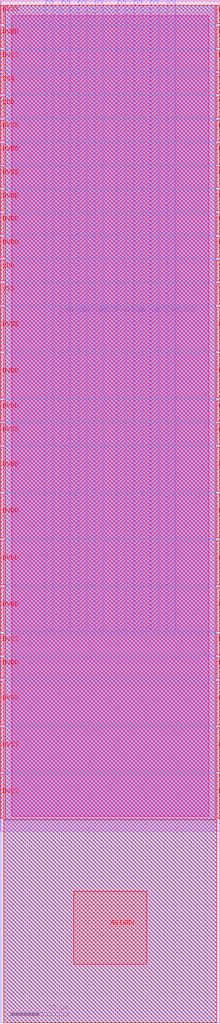
<source format=lef>
VERSION 5.7 ;
  NOWIREEXTENSIONATPIN ON ;
  DIVIDERCHAR "/" ;
  BUSBITCHARS "[]" ;
MACRO gf180mcu_ht_io_fix__asig_5p0
  CLASS PAD INOUT ;
  FOREIGN gf180mcu_ht_io_fix__asig_5p0 ;
  ORIGIN 0.000 0.000 ;
  SIZE 75.000 BY 350.000 ;
  SYMMETRY X Y R90 ;
  SITE GF_IO_Site ;
  PIN ASIG5V
    DIRECTION INOUT ;
    USE SIGNAL ;
    ANTENNADIFFAREA 1200.000000 ;
    PORT
      LAYER Metal5 ;
        RECT 25.000 20.000 50.000 45.000 ; 
    END
    PORT
      LAYER Metal2 ;
        RECT 15.340 134.370 17.880 350.000 ;
    END
    PORT
      LAYER Metal2 ;
        RECT 21.020 134.370 23.560 350.000 ;
    END
    PORT
      LAYER Metal2 ;
        RECT 26.700 134.370 29.240 350.000 ;
    END
    PORT
      LAYER Metal2 ;
        RECT 32.380 134.370 34.920 350.000 ;
    END
    PORT
      LAYER Metal2 ;
        RECT 40.080 134.370 42.620 350.000 ;
    END
    PORT
      LAYER Metal2 ;
        RECT 45.760 134.370 48.300 350.000 ;
    END
    PORT
      LAYER Metal2 ;
        RECT 51.440 134.370 53.980 350.000 ;
    END
    PORT
      LAYER Metal2 ;
        RECT 57.120 134.370 59.660 350.000 ;
    END
  END ASIG5V
  PIN DVDD
    DIRECTION INOUT ;
    USE POWER ;
    PORT
      LAYER Metal5 ;
        RECT 74.000 118.000 75.000 125.000 ;
    END
    PORT
      LAYER Metal5 ;
        RECT 74.000 182.000 75.000 197.000 ;
    END
    PORT
      LAYER Metal5 ;
        RECT 74.000 166.000 75.000 181.000 ;
    END
    PORT
      LAYER Metal5 ;
        RECT 74.000 150.000 75.000 165.000 ;
    END
    PORT
      LAYER Metal5 ;
        RECT 74.000 134.000 75.000 149.000 ;
    END
    PORT
      LAYER Metal5 ;
        RECT 74.000 214.000 75.000 229.000 ;
    END
    PORT
      LAYER Metal5 ;
        RECT 74.000 206.000 75.000 213.000 ;
    END
    PORT
      LAYER Metal5 ;
        RECT 74.000 278.000 75.000 285.000 ;
    END
    PORT
      LAYER Metal5 ;
        RECT 74.000 270.000 75.000 277.000 ;
    END
    PORT
      LAYER Metal5 ;
        RECT 74.000 262.000 75.000 269.000 ;
    END
    PORT
      LAYER Metal5 ;
        RECT 74.000 294.000 75.000 301.000 ;
    END
    PORT
      LAYER Metal5 ;
        RECT 74.000 334.000 75.000 341.000 ;
    END
    PORT
      LAYER Metal4 ;
        RECT 74.000 118.000 75.000 125.000 ;
    END
    PORT
      LAYER Metal4 ;
        RECT 74.000 182.000 75.000 197.000 ;
    END
    PORT
      LAYER Metal4 ;
        RECT 74.000 166.000 75.000 181.000 ;
    END
    PORT
      LAYER Metal4 ;
        RECT 74.000 150.000 75.000 165.000 ;
    END
    PORT
      LAYER Metal4 ;
        RECT 74.000 134.000 75.000 149.000 ;
    END
    PORT
      LAYER Metal4 ;
        RECT 74.000 214.000 75.000 229.000 ;
    END
    PORT
      LAYER Metal4 ;
        RECT 74.000 206.000 75.000 213.000 ;
    END
    PORT
      LAYER Metal4 ;
        RECT 74.000 278.000 75.000 285.000 ;
    END
    PORT
      LAYER Metal4 ;
        RECT 74.000 270.000 75.000 277.000 ;
    END
    PORT
      LAYER Metal4 ;
        RECT 74.000 262.000 75.000 269.000 ;
    END
    PORT
      LAYER Metal4 ;
        RECT 74.000 294.000 75.000 301.000 ;
    END
    PORT
      LAYER Metal4 ;
        RECT 74.000 334.000 75.000 341.000 ;
    END
    PORT
      LAYER Metal3 ;
        RECT 74.000 118.000 75.000 125.000 ;
    END
    PORT
      LAYER Metal3 ;
        RECT 74.000 182.000 75.000 197.000 ;
    END
    PORT
      LAYER Metal3 ;
        RECT 74.000 166.000 75.000 181.000 ;
    END
    PORT
      LAYER Metal3 ;
        RECT 74.000 150.000 75.000 165.000 ;
    END
    PORT
      LAYER Metal3 ;
        RECT 74.000 134.000 75.000 149.000 ;
    END
    PORT
      LAYER Metal3 ;
        RECT 74.000 214.000 75.000 229.000 ;
    END
    PORT
      LAYER Metal3 ;
        RECT 74.000 206.000 75.000 213.000 ;
    END
    PORT
      LAYER Metal3 ;
        RECT 74.000 278.000 75.000 285.000 ;
    END
    PORT
      LAYER Metal3 ;
        RECT 74.000 270.000 75.000 277.000 ;
    END
    PORT
      LAYER Metal3 ;
        RECT 74.000 262.000 75.000 269.000 ;
    END
    PORT
      LAYER Metal3 ;
        RECT 74.000 294.000 75.000 301.000 ;
    END
    PORT
      LAYER Metal3 ;
        RECT 74.000 334.000 75.000 341.000 ;
    END
    PORT
      LAYER Metal3 ;
        RECT 0.000 334.000 1.000 341.000 ;
    END
    PORT
      LAYER Metal3 ;
        RECT 0.000 294.000 1.000 301.000 ;
    END
    PORT
      LAYER Metal3 ;
        RECT 0.000 262.000 1.000 269.000 ;
    END
    PORT
      LAYER Metal3 ;
        RECT 0.000 270.000 1.000 277.000 ;
    END
    PORT
      LAYER Metal3 ;
        RECT 0.000 278.000 1.000 285.000 ;
    END
    PORT
      LAYER Metal3 ;
        RECT 0.000 206.000 1.000 213.000 ;
    END
    PORT
      LAYER Metal3 ;
        RECT 0.000 214.000 1.000 229.000 ;
    END
    PORT
      LAYER Metal3 ;
        RECT 0.000 134.000 1.000 149.000 ;
    END
    PORT
      LAYER Metal3 ;
        RECT 0.000 150.000 1.000 165.000 ;
    END
    PORT
      LAYER Metal3 ;
        RECT 0.000 166.000 1.000 181.000 ;
    END
    PORT
      LAYER Metal3 ;
        RECT 0.000 182.000 1.000 197.000 ;
    END
    PORT
      LAYER Metal5 ;
        RECT 0.000 334.000 1.000 341.000 ;
    END
    PORT
      LAYER Metal5 ;
        RECT 0.000 294.000 1.000 301.000 ;
    END
    PORT
      LAYER Metal5 ;
        RECT 0.000 262.000 1.000 269.000 ;
    END
    PORT
      LAYER Metal5 ;
        RECT 0.000 270.000 1.000 277.000 ;
    END
    PORT
      LAYER Metal5 ;
        RECT 0.000 278.000 1.000 285.000 ;
    END
    PORT
      LAYER Metal5 ;
        RECT 0.000 206.000 1.000 213.000 ;
    END
    PORT
      LAYER Metal5 ;
        RECT 0.000 214.000 1.000 229.000 ;
    END
    PORT
      LAYER Metal5 ;
        RECT 0.000 134.000 1.000 149.000 ;
    END
    PORT
      LAYER Metal5 ;
        RECT 0.000 150.000 1.000 165.000 ;
    END
    PORT
      LAYER Metal5 ;
        RECT 0.000 166.000 1.000 181.000 ;
    END
    PORT
      LAYER Metal5 ;
        RECT 0.000 182.000 1.000 197.000 ;
    END
    PORT
      LAYER Metal4 ;
        RECT 0.000 334.000 1.000 341.000 ;
    END
    PORT
      LAYER Metal4 ;
        RECT 0.000 294.000 1.000 301.000 ;
    END
    PORT
      LAYER Metal4 ;
        RECT 0.000 262.000 1.000 269.000 ;
    END
    PORT
      LAYER Metal4 ;
        RECT 0.000 270.000 1.000 277.000 ;
    END
    PORT
      LAYER Metal4 ;
        RECT 0.000 278.000 1.000 285.000 ;
    END
    PORT
      LAYER Metal4 ;
        RECT 0.000 206.000 1.000 213.000 ;
    END
    PORT
      LAYER Metal4 ;
        RECT 0.000 214.000 1.000 229.000 ;
    END
    PORT
      LAYER Metal4 ;
        RECT 0.000 134.000 1.000 149.000 ;
    END
    PORT
      LAYER Metal4 ;
        RECT 0.000 150.000 1.000 165.000 ;
    END
    PORT
      LAYER Metal4 ;
        RECT 0.000 166.000 1.000 181.000 ;
    END
    PORT
      LAYER Metal4 ;
        RECT 0.000 182.000 1.000 197.000 ;
    END
    PORT
      LAYER Metal4 ;
        RECT 0.000 118.000 1.000 125.000 ;
    END
    PORT
      LAYER Metal5 ;
        RECT 0.000 118.000 1.000 125.000 ;
    END
    PORT
      LAYER Metal3 ;
        RECT 0.000 118.000 1.000 125.000 ;
    END
  END DVDD
  PIN DVSS
    DIRECTION INOUT ;
    USE GROUND ;
    PORT
      LAYER Metal5 ;
        RECT 74.000 102.000 75.000 117.000 ;
    END
    PORT
      LAYER Metal5 ;
        RECT 74.000 86.000 75.000 101.000 ;
    END
    PORT
      LAYER Metal5 ;
        RECT 74.000 70.000 75.000 85.000 ;
    END
    PORT
      LAYER Metal5 ;
        RECT 74.000 126.000 75.000 133.000 ;
    END
    PORT
      LAYER Metal5 ;
        RECT 74.000 198.000 75.000 205.000 ;
    END
    PORT
      LAYER Metal5 ;
        RECT 74.000 230.000 75.000 245.000 ;
    END
    PORT
      LAYER Metal5 ;
        RECT 74.000 286.000 75.000 293.000 ;
    END
    PORT
      LAYER Metal5 ;
        RECT 74.000 302.000 75.000 309.000 ;
    END
    PORT
      LAYER Metal5 ;
        RECT 74.000 326.000 75.000 333.000 ;
    END
    PORT
      LAYER Metal5 ;
        RECT 74.000 342.000 75.000 348.390 ;
    END
    PORT
      LAYER Metal4 ;
        RECT 74.000 102.000 75.000 117.000 ;
    END
    PORT
      LAYER Metal4 ;
        RECT 74.000 86.000 75.000 101.000 ;
    END
    PORT
      LAYER Metal4 ;
        RECT 74.000 70.000 75.000 85.000 ;
    END
    PORT
      LAYER Metal4 ;
        RECT 74.000 126.000 75.000 133.000 ;
    END
    PORT
      LAYER Metal4 ;
        RECT 74.000 198.000 75.000 205.000 ;
    END
    PORT
      LAYER Metal4 ;
        RECT 74.000 230.000 75.000 245.000 ;
    END
    PORT
      LAYER Metal4 ;
        RECT 74.000 286.000 75.000 293.000 ;
    END
    PORT
      LAYER Metal4 ;
        RECT 74.000 302.000 75.000 309.000 ;
    END
    PORT
      LAYER Metal4 ;
        RECT 74.000 326.000 75.000 333.000 ;
    END
    PORT
      LAYER Metal4 ;
        RECT 74.000 342.000 75.000 348.390 ;
    END
    PORT
      LAYER Metal3 ;
        RECT 74.000 102.000 75.000 117.000 ;
    END
    PORT
      LAYER Metal3 ;
        RECT 74.000 86.000 75.000 101.000 ;
    END
    PORT
      LAYER Metal3 ;
        RECT 74.000 70.000 75.000 85.000 ;
    END
    PORT
      LAYER Metal3 ;
        RECT 74.000 126.000 75.000 133.000 ;
    END
    PORT
      LAYER Metal3 ;
        RECT 74.000 198.000 75.000 205.000 ;
    END
    PORT
      LAYER Metal3 ;
        RECT 74.000 230.000 75.000 245.000 ;
    END
    PORT
      LAYER Metal3 ;
        RECT 74.000 286.000 75.000 293.000 ;
    END
    PORT
      LAYER Metal3 ;
        RECT 74.000 302.000 75.000 309.000 ;
    END
    PORT
      LAYER Metal3 ;
        RECT 74.000 326.000 75.000 333.000 ;
    END
    PORT
      LAYER Metal3 ;
        RECT 74.000 342.000 75.000 348.390 ;
    END
    PORT
      LAYER Metal3 ;
        RECT 0.000 342.000 1.000 348.390 ;
    END
    PORT
      LAYER Metal3 ;
        RECT 0.000 326.000 1.000 333.000 ;
    END
    PORT
      LAYER Metal3 ;
        RECT 0.000 302.000 1.000 309.000 ;
    END
    PORT
      LAYER Metal3 ;
        RECT 0.000 286.000 1.000 293.000 ;
    END
    PORT
      LAYER Metal3 ;
        RECT 0.000 230.000 1.000 245.000 ;
    END
    PORT
      LAYER Metal3 ;
        RECT 0.000 198.000 1.000 205.000 ;
    END
    PORT
      LAYER Metal3 ;
        RECT 0.000 126.000 1.000 133.000 ;
    END
    PORT
      LAYER Metal3 ;
        RECT 0.000 70.000 1.000 85.000 ;
    END
    PORT
      LAYER Metal3 ;
        RECT 0.000 86.000 1.000 101.000 ;
    END
    PORT
      LAYER Metal5 ;
        RECT 0.000 342.000 1.000 348.390 ;
    END
    PORT
      LAYER Metal5 ;
        RECT 0.000 326.000 1.000 333.000 ;
    END
    PORT
      LAYER Metal5 ;
        RECT 0.000 302.000 1.000 309.000 ;
    END
    PORT
      LAYER Metal5 ;
        RECT 0.000 286.000 1.000 293.000 ;
    END
    PORT
      LAYER Metal5 ;
        RECT 0.000 230.000 1.000 245.000 ;
    END
    PORT
      LAYER Metal5 ;
        RECT 0.000 198.000 1.000 205.000 ;
    END
    PORT
      LAYER Metal5 ;
        RECT 0.000 126.000 1.000 133.000 ;
    END
    PORT
      LAYER Metal5 ;
        RECT 0.000 70.000 1.000 85.000 ;
    END
    PORT
      LAYER Metal5 ;
        RECT 0.000 86.000 1.000 101.000 ;
    END
    PORT
      LAYER Metal4 ;
        RECT 0.000 342.000 1.000 348.390 ;
    END
    PORT
      LAYER Metal4 ;
        RECT 0.000 326.000 1.000 333.000 ;
    END
    PORT
      LAYER Metal4 ;
        RECT 0.000 302.000 1.000 309.000 ;
    END
    PORT
      LAYER Metal4 ;
        RECT 0.000 286.000 1.000 293.000 ;
    END
    PORT
      LAYER Metal4 ;
        RECT 0.000 230.000 1.000 245.000 ;
    END
    PORT
      LAYER Metal4 ;
        RECT 0.000 198.000 1.000 205.000 ;
    END
    PORT
      LAYER Metal4 ;
        RECT 0.000 126.000 1.000 133.000 ;
    END
    PORT
      LAYER Metal4 ;
        RECT 0.000 70.000 1.000 85.000 ;
    END
    PORT
      LAYER Metal4 ;
        RECT 0.000 86.000 1.000 101.000 ;
    END
    PORT
      LAYER Metal4 ;
        RECT 0.000 102.000 1.000 117.000 ;
    END
    PORT
      LAYER Metal5 ;
        RECT 0.000 102.000 1.000 117.000 ;
    END
    PORT
      LAYER Metal3 ;
        RECT 0.000 102.000 1.000 117.000 ;
    END
  END DVSS
  PIN VDD
    DIRECTION INOUT ;
    USE POWER ;
    PORT
      LAYER Metal5 ;
        RECT 74.000 254.000 75.000 261.000 ;
    END
    PORT
      LAYER Metal5 ;
        RECT 74.000 310.000 75.000 317.000 ;
    END
    PORT
      LAYER Metal4 ;
        RECT 74.000 254.000 75.000 261.000 ;
    END
    PORT
      LAYER Metal4 ;
        RECT 74.000 310.000 75.000 317.000 ;
    END
    PORT
      LAYER Metal3 ;
        RECT 74.000 254.000 75.000 261.000 ;
    END
    PORT
      LAYER Metal3 ;
        RECT 74.000 310.000 75.000 317.000 ;
    END
    PORT
      LAYER Metal3 ;
        RECT 0.000 310.000 1.000 317.000 ;
    END
    PORT
      LAYER Metal5 ;
        RECT 0.000 310.000 1.000 317.000 ;
    END
    PORT
      LAYER Metal4 ;
        RECT 0.000 310.000 1.000 317.000 ;
    END
    PORT
      LAYER Metal4 ;
        RECT 0.000 254.000 1.000 261.000 ;
    END
    PORT
      LAYER Metal5 ;
        RECT 0.000 254.000 1.000 261.000 ;
    END
    PORT
      LAYER Metal3 ;
        RECT 0.000 254.000 1.000 261.000 ;
    END
  END VDD
  PIN VSS
    DIRECTION INOUT ;
    USE GROUND ;
    PORT
      LAYER Metal5 ;
        RECT 74.000 246.000 75.000 253.000 ;
    END
    PORT
      LAYER Metal5 ;
        RECT 74.000 318.000 75.000 325.000 ;
    END
    PORT
      LAYER Metal4 ;
        RECT 74.000 246.000 75.000 253.000 ;
    END
    PORT
      LAYER Metal4 ;
        RECT 74.000 318.000 75.000 325.000 ;
    END
    PORT
      LAYER Metal3 ;
        RECT 74.000 246.000 75.000 253.000 ;
    END
    PORT
      LAYER Metal3 ;
        RECT 74.000 318.000 75.000 325.000 ;
    END
    PORT
      LAYER Metal3 ;
        RECT 0.000 318.000 1.000 325.000 ;
    END
    PORT
      LAYER Metal5 ;
        RECT 0.000 318.000 1.000 325.000 ;
    END
    PORT
      LAYER Metal4 ;
        RECT 0.000 318.000 1.000 325.000 ;
    END
    PORT
      LAYER Metal4 ;
        RECT 0.000 246.000 1.000 253.000 ;
    END
    PORT
      LAYER Metal5 ;
        RECT 0.000 246.000 1.000 253.000 ;
    END
    PORT
      LAYER Metal3 ;
        RECT 0.000 246.000 1.000 253.000 ;
    END
  END VSS
  OBS
      LAYER Nwell ;
        RECT 3.790 70.755 71.210 344.755 ;
      LAYER Metal1 ;
        RECT -0.160 65.540 75.160 349.785 ;
      LAYER Metal2 ;
        RECT 0.000 134.070 15.040 348.390 ;
        RECT 18.180 134.070 20.720 348.390 ;
        RECT 23.860 134.070 26.400 348.390 ;
        RECT 29.540 134.070 32.080 348.390 ;
        RECT 35.220 134.070 39.780 348.390 ;
        RECT 42.920 134.070 45.460 348.390 ;
        RECT 48.600 134.070 51.140 348.390 ;
        RECT 54.280 134.070 56.820 348.390 ;
        RECT 59.960 134.070 75.000 348.390 ;
        RECT 0.000 0.000 75.000 134.070 ;
      LAYER Metal3 ;
        RECT 1.300 341.700 73.700 348.390 ;
        RECT 1.000 341.300 74.000 341.700 ;
        RECT 1.300 333.700 73.700 341.300 ;
        RECT 1.000 333.300 74.000 333.700 ;
        RECT 1.300 325.700 73.700 333.300 ;
        RECT 1.000 325.300 74.000 325.700 ;
        RECT 1.300 317.700 73.700 325.300 ;
        RECT 1.000 317.300 74.000 317.700 ;
        RECT 1.300 309.700 73.700 317.300 ;
        RECT 1.000 309.300 74.000 309.700 ;
        RECT 1.300 301.700 73.700 309.300 ;
        RECT 1.000 301.300 74.000 301.700 ;
        RECT 1.300 293.700 73.700 301.300 ;
        RECT 1.000 293.300 74.000 293.700 ;
        RECT 1.300 285.700 73.700 293.300 ;
        RECT 1.000 285.300 74.000 285.700 ;
        RECT 1.300 277.700 73.700 285.300 ;
        RECT 1.000 277.300 74.000 277.700 ;
        RECT 1.300 269.700 73.700 277.300 ;
        RECT 1.000 269.300 74.000 269.700 ;
        RECT 1.300 261.700 73.700 269.300 ;
        RECT 1.000 261.300 74.000 261.700 ;
        RECT 1.300 253.700 73.700 261.300 ;
        RECT 1.000 253.300 74.000 253.700 ;
        RECT 1.300 245.700 73.700 253.300 ;
        RECT 1.000 245.300 74.000 245.700 ;
        RECT 1.300 229.700 73.700 245.300 ;
        RECT 1.000 229.300 74.000 229.700 ;
        RECT 1.300 213.700 73.700 229.300 ;
        RECT 1.000 213.300 74.000 213.700 ;
        RECT 1.300 205.700 73.700 213.300 ;
        RECT 1.000 205.300 74.000 205.700 ;
        RECT 1.300 197.700 73.700 205.300 ;
        RECT 1.000 197.300 74.000 197.700 ;
        RECT 1.300 181.700 73.700 197.300 ;
        RECT 1.000 181.300 74.000 181.700 ;
        RECT 1.300 165.700 73.700 181.300 ;
        RECT 1.000 165.300 74.000 165.700 ;
        RECT 1.300 149.700 73.700 165.300 ;
        RECT 1.000 149.300 74.000 149.700 ;
        RECT 1.300 133.700 73.700 149.300 ;
        RECT 1.000 133.300 74.000 133.700 ;
        RECT 1.300 125.700 73.700 133.300 ;
        RECT 1.000 125.300 74.000 125.700 ;
        RECT 1.300 117.700 73.700 125.300 ;
        RECT 1.000 117.300 74.000 117.700 ;
        RECT 1.300 101.700 73.700 117.300 ;
        RECT 1.000 101.300 74.000 101.700 ;
        RECT 1.300 85.700 73.700 101.300 ;
        RECT 1.000 85.300 74.000 85.700 ;
        RECT 1.300 69.700 73.700 85.300 ;
        RECT 1.000 0.000 74.000 69.700 ;
      LAYER Metal4 ;
        RECT 1.300 341.700 73.700 348.390 ;
        RECT 1.000 341.300 74.000 341.700 ;
        RECT 1.300 333.700 73.700 341.300 ;
        RECT 1.000 333.300 74.000 333.700 ;
        RECT 1.300 325.700 73.700 333.300 ;
        RECT 1.000 325.300 74.000 325.700 ;
        RECT 1.300 317.700 73.700 325.300 ;
        RECT 1.000 317.300 74.000 317.700 ;
        RECT 1.300 309.700 73.700 317.300 ;
        RECT 1.000 309.300 74.000 309.700 ;
        RECT 1.300 301.700 73.700 309.300 ;
        RECT 1.000 301.300 74.000 301.700 ;
        RECT 1.300 293.700 73.700 301.300 ;
        RECT 1.000 293.300 74.000 293.700 ;
        RECT 1.300 285.700 73.700 293.300 ;
        RECT 1.000 285.300 74.000 285.700 ;
        RECT 1.300 277.700 73.700 285.300 ;
        RECT 1.000 277.300 74.000 277.700 ;
        RECT 1.300 269.700 73.700 277.300 ;
        RECT 1.000 269.300 74.000 269.700 ;
        RECT 1.300 261.700 73.700 269.300 ;
        RECT 1.000 261.300 74.000 261.700 ;
        RECT 1.300 253.700 73.700 261.300 ;
        RECT 1.000 253.300 74.000 253.700 ;
        RECT 1.300 245.700 73.700 253.300 ;
        RECT 1.000 245.300 74.000 245.700 ;
        RECT 1.300 229.700 73.700 245.300 ;
        RECT 1.000 229.300 74.000 229.700 ;
        RECT 1.300 213.700 73.700 229.300 ;
        RECT 1.000 213.300 74.000 213.700 ;
        RECT 1.300 205.700 73.700 213.300 ;
        RECT 1.000 205.300 74.000 205.700 ;
        RECT 1.300 197.700 73.700 205.300 ;
        RECT 1.000 197.300 74.000 197.700 ;
        RECT 1.300 181.700 73.700 197.300 ;
        RECT 1.000 181.300 74.000 181.700 ;
        RECT 1.300 165.700 73.700 181.300 ;
        RECT 1.000 165.300 74.000 165.700 ;
        RECT 1.300 149.700 73.700 165.300 ;
        RECT 1.000 149.300 74.000 149.700 ;
        RECT 1.300 133.700 73.700 149.300 ;
        RECT 1.000 133.300 74.000 133.700 ;
        RECT 1.300 125.700 73.700 133.300 ;
        RECT 1.000 125.300 74.000 125.700 ;
        RECT 1.300 117.700 73.700 125.300 ;
        RECT 1.000 117.300 74.000 117.700 ;
        RECT 1.300 101.700 73.700 117.300 ;
        RECT 1.000 101.300 74.000 101.700 ;
        RECT 1.300 85.700 73.700 101.300 ;
        RECT 1.000 85.300 74.000 85.700 ;
        RECT 1.300 69.700 73.700 85.300 ;
        RECT 1.000 0.000 74.000 69.700 ;
      LAYER Metal5 ;
        RECT 1.500 69.500 73.500 348.390 ;
        RECT 1.000 0.000 74.000 69.500 ;
  END
END gf180mcu_ht_io_fix__asig_5p0
END LIBRARY


</source>
